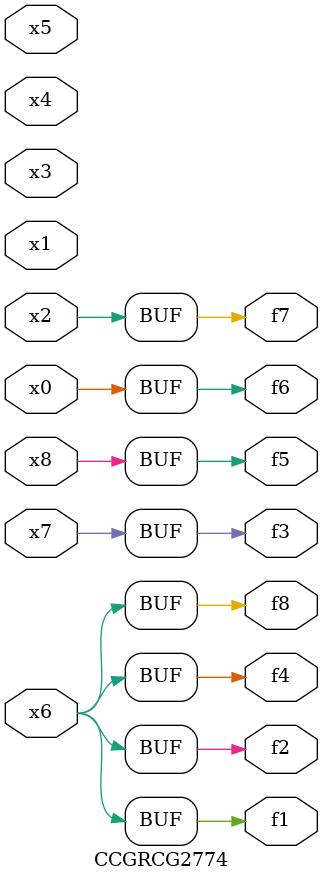
<source format=v>
module CCGRCG2774(
	input x0, x1, x2, x3, x4, x5, x6, x7, x8,
	output f1, f2, f3, f4, f5, f6, f7, f8
);
	assign f1 = x6;
	assign f2 = x6;
	assign f3 = x7;
	assign f4 = x6;
	assign f5 = x8;
	assign f6 = x0;
	assign f7 = x2;
	assign f8 = x6;
endmodule

</source>
